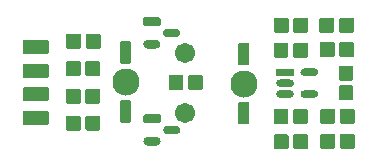
<source format=gts>
G04 #@! TF.GenerationSoftware,KiCad,Pcbnew,9.0.4*
G04 #@! TF.CreationDate,2025-10-31T22:45:53+03:00*
G04 #@! TF.ProjectId,ECAD_main,45434144-5f6d-4616-996e-2e6b69636164,rev?*
G04 #@! TF.SameCoordinates,Original*
G04 #@! TF.FileFunction,Soldermask,Top*
G04 #@! TF.FilePolarity,Negative*
%FSLAX46Y46*%
G04 Gerber Fmt 4.6, Leading zero omitted, Abs format (unit mm)*
G04 Created by KiCad (PCBNEW 9.0.4) date 2025-10-31 22:45:53*
%MOMM*%
%LPD*%
G01*
G04 APERTURE LIST*
%ADD10C,2.300000*%
%ADD11C,1.703200*%
G04 APERTURE END LIST*
G04 #@! TO.C,R10*
G36*
G01*
X146037160Y-105531065D02*
X146037160Y-104468935D01*
G75*
G02*
X146138760Y-104367335I101600J0D01*
G01*
X147202460Y-104367335D01*
G75*
G02*
X147304060Y-104468935I0J-101600D01*
G01*
X147304060Y-105531065D01*
G75*
G02*
X147202460Y-105632665I-101600J0D01*
G01*
X146138760Y-105632665D01*
G75*
G02*
X146037160Y-105531065I0J101600D01*
G01*
G37*
G36*
G01*
X147695940Y-105531065D02*
X147695940Y-104468935D01*
G75*
G02*
X147797540Y-104367335I101600J0D01*
G01*
X148861240Y-104367335D01*
G75*
G02*
X148962840Y-104468935I0J-101600D01*
G01*
X148962840Y-105531065D01*
G75*
G02*
X148861240Y-105632665I-101600J0D01*
G01*
X147797540Y-105632665D01*
G75*
G02*
X147695940Y-105531065I0J101600D01*
G01*
G37*
G04 #@! TD*
G04 #@! TO.C,R8*
G36*
G01*
X158877160Y-110521065D02*
X158877160Y-109458935D01*
G75*
G02*
X158978760Y-109357335I101600J0D01*
G01*
X160042460Y-109357335D01*
G75*
G02*
X160144060Y-109458935I0J-101600D01*
G01*
X160144060Y-110521065D01*
G75*
G02*
X160042460Y-110622665I-101600J0D01*
G01*
X158978760Y-110622665D01*
G75*
G02*
X158877160Y-110521065I0J101600D01*
G01*
G37*
G36*
G01*
X160535940Y-110521065D02*
X160535940Y-109458935D01*
G75*
G02*
X160637540Y-109357335I101600J0D01*
G01*
X161701240Y-109357335D01*
G75*
G02*
X161802840Y-109458935I0J-101600D01*
G01*
X161802840Y-110521065D01*
G75*
G02*
X161701240Y-110622665I-101600J0D01*
G01*
X160637540Y-110622665D01*
G75*
G02*
X160535940Y-110521065I0J101600D01*
G01*
G37*
G04 #@! TD*
G04 #@! TO.C,*
G36*
G01*
X135880050Y-101513095D02*
X135880050Y-102513095D01*
G75*
G02*
X135780050Y-102613095I-100000J0D01*
G01*
X133780050Y-102613095D01*
G75*
G02*
X133680050Y-102513095I0J100000D01*
G01*
X133680050Y-101513095D01*
G75*
G02*
X133780050Y-101413095I100000J0D01*
G01*
X135780050Y-101413095D01*
G75*
G02*
X135880050Y-101513095I0J-100000D01*
G01*
G37*
G04 #@! TD*
D10*
G04 #@! TO.C,HL1*
X142400000Y-104950000D03*
G36*
G01*
X142775000Y-103401600D02*
X142025000Y-103401600D01*
G75*
G02*
X141923400Y-103300000I0J101600D01*
G01*
X141923400Y-101600000D01*
G75*
G02*
X142025000Y-101498400I101600J0D01*
G01*
X142775000Y-101498400D01*
G75*
G02*
X142876600Y-101600000I0J-101600D01*
G01*
X142876600Y-103300000D01*
G75*
G02*
X142775000Y-103401600I-101600J0D01*
G01*
G37*
G36*
G01*
X142775000Y-108401600D02*
X142025000Y-108401600D01*
G75*
G02*
X141923400Y-108300000I0J101600D01*
G01*
X141923400Y-106600000D01*
G75*
G02*
X142025000Y-106498400I101600J0D01*
G01*
X142775000Y-106498400D01*
G75*
G02*
X142876600Y-106600000I0J-101600D01*
G01*
X142876600Y-108300000D01*
G75*
G02*
X142775000Y-108401600I-101600J0D01*
G01*
G37*
G04 #@! TD*
G04 #@! TO.C,C3*
G36*
G01*
X157852760Y-107359015D02*
X157852760Y-108421145D01*
G75*
G02*
X157751160Y-108522745I-101600J0D01*
G01*
X156687460Y-108522745D01*
G75*
G02*
X156585860Y-108421145I0J101600D01*
G01*
X156585860Y-107359015D01*
G75*
G02*
X156687460Y-107257415I101600J0D01*
G01*
X157751160Y-107257415D01*
G75*
G02*
X157852760Y-107359015I0J-101600D01*
G01*
G37*
G36*
G01*
X156193980Y-107359015D02*
X156193980Y-108421145D01*
G75*
G02*
X156092380Y-108522745I-101600J0D01*
G01*
X155028680Y-108522745D01*
G75*
G02*
X154927080Y-108421145I0J101600D01*
G01*
X154927080Y-107359015D01*
G75*
G02*
X155028680Y-107257415I101600J0D01*
G01*
X156092380Y-107257415D01*
G75*
G02*
X156193980Y-107359015I0J-101600D01*
G01*
G37*
G04 #@! TD*
G04 #@! TO.C,*
G36*
G01*
X135880050Y-103513095D02*
X135880050Y-104513095D01*
G75*
G02*
X135780050Y-104613095I-100000J0D01*
G01*
X133780050Y-104613095D01*
G75*
G02*
X133680050Y-104513095I0J100000D01*
G01*
X133680050Y-103513095D01*
G75*
G02*
X133780050Y-103413095I100000J0D01*
G01*
X135780050Y-103413095D01*
G75*
G02*
X135880050Y-103513095I0J-100000D01*
G01*
G37*
G04 #@! TD*
G04 #@! TO.C,R7*
G36*
G01*
X161802230Y-107338935D02*
X161802230Y-108401065D01*
G75*
G02*
X161700630Y-108502665I-101600J0D01*
G01*
X160636930Y-108502665D01*
G75*
G02*
X160535330Y-108401065I0J101600D01*
G01*
X160535330Y-107338935D01*
G75*
G02*
X160636930Y-107237335I101600J0D01*
G01*
X161700630Y-107237335D01*
G75*
G02*
X161802230Y-107338935I0J-101600D01*
G01*
G37*
G36*
G01*
X160143450Y-107338935D02*
X160143450Y-108401065D01*
G75*
G02*
X160041850Y-108502665I-101600J0D01*
G01*
X158978150Y-108502665D01*
G75*
G02*
X158876550Y-108401065I0J101600D01*
G01*
X158876550Y-107338935D01*
G75*
G02*
X158978150Y-107237335I101600J0D01*
G01*
X160041850Y-107237335D01*
G75*
G02*
X160143450Y-107338935I0J-101600D01*
G01*
G37*
G04 #@! TD*
G04 #@! TO.C,C4*
G36*
G01*
X158817240Y-100690985D02*
X158817240Y-99628855D01*
G75*
G02*
X158918840Y-99527255I101600J0D01*
G01*
X159982540Y-99527255D01*
G75*
G02*
X160084140Y-99628855I0J-101600D01*
G01*
X160084140Y-100690985D01*
G75*
G02*
X159982540Y-100792585I-101600J0D01*
G01*
X158918840Y-100792585D01*
G75*
G02*
X158817240Y-100690985I0J101600D01*
G01*
G37*
G36*
G01*
X160476020Y-100690985D02*
X160476020Y-99628855D01*
G75*
G02*
X160577620Y-99527255I101600J0D01*
G01*
X161641320Y-99527255D01*
G75*
G02*
X161742920Y-99628855I0J-101600D01*
G01*
X161742920Y-100690985D01*
G75*
G02*
X161641320Y-100792585I-101600J0D01*
G01*
X160577620Y-100792585D01*
G75*
G02*
X160476020Y-100690985I0J101600D01*
G01*
G37*
G04 #@! TD*
G04 #@! TO.C,R6*
G36*
G01*
X157863450Y-109508935D02*
X157863450Y-110571065D01*
G75*
G02*
X157761850Y-110672665I-101600J0D01*
G01*
X156698150Y-110672665D01*
G75*
G02*
X156596550Y-110571065I0J101600D01*
G01*
X156596550Y-109508935D01*
G75*
G02*
X156698150Y-109407335I101600J0D01*
G01*
X157761850Y-109407335D01*
G75*
G02*
X157863450Y-109508935I0J-101600D01*
G01*
G37*
G36*
G01*
X156204670Y-109508935D02*
X156204670Y-110571065D01*
G75*
G02*
X156103070Y-110672665I-101600J0D01*
G01*
X155039370Y-110672665D01*
G75*
G02*
X154937770Y-110571065I0J101600D01*
G01*
X154937770Y-109508935D01*
G75*
G02*
X155039370Y-109407335I101600J0D01*
G01*
X156103070Y-109407335D01*
G75*
G02*
X156204670Y-109508935I0J-101600D01*
G01*
G37*
G04 #@! TD*
G04 #@! TO.C,R2*
G36*
G01*
X140262840Y-103318935D02*
X140262840Y-104381065D01*
G75*
G02*
X140161240Y-104482665I-101600J0D01*
G01*
X139097540Y-104482665D01*
G75*
G02*
X138995940Y-104381065I0J101600D01*
G01*
X138995940Y-103318935D01*
G75*
G02*
X139097540Y-103217335I101600J0D01*
G01*
X140161240Y-103217335D01*
G75*
G02*
X140262840Y-103318935I0J-101600D01*
G01*
G37*
G36*
G01*
X138604060Y-103318935D02*
X138604060Y-104381065D01*
G75*
G02*
X138502460Y-104482665I-101600J0D01*
G01*
X137438760Y-104482665D01*
G75*
G02*
X137337160Y-104381065I0J101600D01*
G01*
X137337160Y-103318935D01*
G75*
G02*
X137438760Y-103217335I101600J0D01*
G01*
X138502460Y-103217335D01*
G75*
G02*
X138604060Y-103318935I0J-101600D01*
G01*
G37*
G04 #@! TD*
G04 #@! TO.C,*
G36*
G01*
X135880050Y-105513095D02*
X135880050Y-106513095D01*
G75*
G02*
X135780050Y-106613095I-100000J0D01*
G01*
X133780050Y-106613095D01*
G75*
G02*
X133680050Y-106513095I0J100000D01*
G01*
X133680050Y-105513095D01*
G75*
G02*
X133780050Y-105413095I100000J0D01*
G01*
X135780050Y-105413095D01*
G75*
G02*
X135880050Y-105513095I0J-100000D01*
G01*
G37*
G04 #@! TD*
G04 #@! TO.C,*
G36*
G01*
X135880050Y-107513095D02*
X135880050Y-108513095D01*
G75*
G02*
X135780050Y-108613095I-100000J0D01*
G01*
X133780050Y-108613095D01*
G75*
G02*
X133680050Y-108513095I0J100000D01*
G01*
X133680050Y-107513095D01*
G75*
G02*
X133780050Y-107413095I100000J0D01*
G01*
X135780050Y-107413095D01*
G75*
G02*
X135880050Y-107513095I0J-100000D01*
G01*
G37*
G04 #@! TD*
G04 #@! TO.C,R4*
G36*
G01*
X137337160Y-108971065D02*
X137337160Y-107908935D01*
G75*
G02*
X137438760Y-107807335I101600J0D01*
G01*
X138502460Y-107807335D01*
G75*
G02*
X138604060Y-107908935I0J-101600D01*
G01*
X138604060Y-108971065D01*
G75*
G02*
X138502460Y-109072665I-101600J0D01*
G01*
X137438760Y-109072665D01*
G75*
G02*
X137337160Y-108971065I0J101600D01*
G01*
G37*
G36*
G01*
X138995940Y-108971065D02*
X138995940Y-107908935D01*
G75*
G02*
X139097540Y-107807335I101600J0D01*
G01*
X140161240Y-107807335D01*
G75*
G02*
X140262840Y-107908935I0J-101600D01*
G01*
X140262840Y-108971065D01*
G75*
G02*
X140161240Y-109072665I-101600J0D01*
G01*
X139097540Y-109072665D01*
G75*
G02*
X138995940Y-108971065I0J101600D01*
G01*
G37*
G04 #@! TD*
G04 #@! TO.C,VT2*
G36*
G01*
X143906095Y-108346065D02*
X143906095Y-107813935D01*
G75*
G02*
X144007695Y-107712335I101600J0D01*
G01*
X145282045Y-107712335D01*
G75*
G02*
X145383645Y-107813935I0J-101600D01*
G01*
X145383645Y-108346065D01*
G75*
G02*
X145282045Y-108447665I-101600J0D01*
G01*
X144007695Y-108447665D01*
G75*
G02*
X143906095Y-108346065I0J101600D01*
G01*
G37*
G36*
G01*
X143906095Y-109980000D02*
X143906095Y-109980000D01*
G75*
G02*
X144273760Y-109612335I367665J0D01*
G01*
X145015980Y-109612335D01*
G75*
G02*
X145383645Y-109980000I0J-367665D01*
G01*
X145383645Y-109980000D01*
G75*
G02*
X145015980Y-110347665I-367665J0D01*
G01*
X144273760Y-110347665D01*
G75*
G02*
X143906095Y-109980000I0J367665D01*
G01*
G37*
G36*
G01*
X145576355Y-109030000D02*
X145576355Y-109030000D01*
G75*
G02*
X145944020Y-108662335I367665J0D01*
G01*
X146686240Y-108662335D01*
G75*
G02*
X147053905Y-109030000I0J-367665D01*
G01*
X147053905Y-109030000D01*
G75*
G02*
X146686240Y-109397665I-367665J0D01*
G01*
X145944020Y-109397665D01*
G75*
G02*
X145576355Y-109030000I0J367665D01*
G01*
G37*
G04 #@! TD*
G04 #@! TO.C,VT1*
G36*
G01*
X143880965Y-100126065D02*
X143880965Y-99593935D01*
G75*
G02*
X143982565Y-99492335I101600J0D01*
G01*
X145256915Y-99492335D01*
G75*
G02*
X145358515Y-99593935I0J-101600D01*
G01*
X145358515Y-100126065D01*
G75*
G02*
X145256915Y-100227665I-101600J0D01*
G01*
X143982565Y-100227665D01*
G75*
G02*
X143880965Y-100126065I0J101600D01*
G01*
G37*
G36*
G01*
X143880965Y-101760000D02*
X143880965Y-101760000D01*
G75*
G02*
X144248630Y-101392335I367665J0D01*
G01*
X144990850Y-101392335D01*
G75*
G02*
X145358515Y-101760000I0J-367665D01*
G01*
X145358515Y-101760000D01*
G75*
G02*
X144990850Y-102127665I-367665J0D01*
G01*
X144248630Y-102127665D01*
G75*
G02*
X143880965Y-101760000I0J367665D01*
G01*
G37*
G36*
G01*
X145551225Y-100810000D02*
X145551225Y-100810000D01*
G75*
G02*
X145918890Y-100442335I367665J0D01*
G01*
X146661110Y-100442335D01*
G75*
G02*
X147028775Y-100810000I0J-367665D01*
G01*
X147028775Y-100810000D01*
G75*
G02*
X146661110Y-101177665I-367665J0D01*
G01*
X145918890Y-101177665D01*
G75*
G02*
X145551225Y-100810000I0J367665D01*
G01*
G37*
G04 #@! TD*
G04 #@! TO.C,R9*
G36*
G01*
X161752840Y-101688935D02*
X161752840Y-102751065D01*
G75*
G02*
X161651240Y-102852665I-101600J0D01*
G01*
X160587540Y-102852665D01*
G75*
G02*
X160485940Y-102751065I0J101600D01*
G01*
X160485940Y-101688935D01*
G75*
G02*
X160587540Y-101587335I101600J0D01*
G01*
X161651240Y-101587335D01*
G75*
G02*
X161752840Y-101688935I0J-101600D01*
G01*
G37*
G36*
G01*
X160094060Y-101688935D02*
X160094060Y-102751065D01*
G75*
G02*
X159992460Y-102852665I-101600J0D01*
G01*
X158928760Y-102852665D01*
G75*
G02*
X158827160Y-102751065I0J101600D01*
G01*
X158827160Y-101688935D01*
G75*
G02*
X158928760Y-101587335I101600J0D01*
G01*
X159992460Y-101587335D01*
G75*
G02*
X160094060Y-101688935I0J-101600D01*
G01*
G37*
G04 #@! TD*
G04 #@! TO.C,DD1*
G36*
G01*
X155150155Y-104468685D02*
X155150155Y-103868685D01*
G75*
G02*
X155175155Y-103843685I25000J0D01*
G01*
X156639105Y-103843685D01*
G75*
G02*
X156664105Y-103868685I0J-25000D01*
G01*
X156664105Y-104468685D01*
G75*
G02*
X156639105Y-104493685I-25000J0D01*
G01*
X155175155Y-104493685D01*
G75*
G02*
X155150155Y-104468685I0J25000D01*
G01*
G37*
G36*
G01*
X155150155Y-105070955D02*
X155150155Y-105070955D01*
G75*
G02*
X155475155Y-104745955I325000J0D01*
G01*
X156339105Y-104745955D01*
G75*
G02*
X156664105Y-105070955I0J-325000D01*
G01*
X156664105Y-105070955D01*
G75*
G02*
X156339105Y-105395955I-325000J0D01*
G01*
X155475155Y-105395955D01*
G75*
G02*
X155150155Y-105070955I0J325000D01*
G01*
G37*
G36*
G01*
X155150155Y-105973235D02*
X155150155Y-105973235D01*
G75*
G02*
X155475155Y-105648235I325000J0D01*
G01*
X156339105Y-105648235D01*
G75*
G02*
X156664105Y-105973235I0J-325000D01*
G01*
X156664105Y-105973235D01*
G75*
G02*
X156339105Y-106298235I-325000J0D01*
G01*
X155475155Y-106298235D01*
G75*
G02*
X155150155Y-105973235I0J325000D01*
G01*
G37*
G36*
G01*
X157201065Y-105985385D02*
X157201065Y-105985385D01*
G75*
G02*
X157526065Y-105660385I325000J0D01*
G01*
X158390015Y-105660385D01*
G75*
G02*
X158715015Y-105985385I0J-325000D01*
G01*
X158715015Y-105985385D01*
G75*
G02*
X158390015Y-106310385I-325000J0D01*
G01*
X157526065Y-106310385D01*
G75*
G02*
X157201065Y-105985385I0J325000D01*
G01*
G37*
G36*
G01*
X157201065Y-104140545D02*
X157201065Y-104140545D01*
G75*
G02*
X157526065Y-103815545I325000J0D01*
G01*
X158390015Y-103815545D01*
G75*
G02*
X158715015Y-104140545I0J-325000D01*
G01*
X158715015Y-104140545D01*
G75*
G02*
X158390015Y-104465545I-325000J0D01*
G01*
X157526065Y-104465545D01*
G75*
G02*
X157201065Y-104140545I0J325000D01*
G01*
G37*
G04 #@! TD*
G04 #@! TO.C,HL2*
X152400000Y-105100000D03*
G36*
G01*
X152775000Y-103551600D02*
X152025000Y-103551600D01*
G75*
G02*
X151923400Y-103450000I0J101600D01*
G01*
X151923400Y-101750000D01*
G75*
G02*
X152025000Y-101648400I101600J0D01*
G01*
X152775000Y-101648400D01*
G75*
G02*
X152876600Y-101750000I0J-101600D01*
G01*
X152876600Y-103450000D01*
G75*
G02*
X152775000Y-103551600I-101600J0D01*
G01*
G37*
G36*
G01*
X152775000Y-108551600D02*
X152025000Y-108551600D01*
G75*
G02*
X151923400Y-108450000I0J101600D01*
G01*
X151923400Y-106750000D01*
G75*
G02*
X152025000Y-106648400I101600J0D01*
G01*
X152775000Y-106648400D01*
G75*
G02*
X152876600Y-106750000I0J-101600D01*
G01*
X152876600Y-108450000D01*
G75*
G02*
X152775000Y-108551600I-101600J0D01*
G01*
G37*
G04 #@! TD*
G04 #@! TO.C,R1*
G36*
G01*
X137366550Y-102031065D02*
X137366550Y-100968935D01*
G75*
G02*
X137468150Y-100867335I101600J0D01*
G01*
X138531850Y-100867335D01*
G75*
G02*
X138633450Y-100968935I0J-101600D01*
G01*
X138633450Y-102031065D01*
G75*
G02*
X138531850Y-102132665I-101600J0D01*
G01*
X137468150Y-102132665D01*
G75*
G02*
X137366550Y-102031065I0J101600D01*
G01*
G37*
G36*
G01*
X139025330Y-102031065D02*
X139025330Y-100968935D01*
G75*
G02*
X139126930Y-100867335I101600J0D01*
G01*
X140190630Y-100867335D01*
G75*
G02*
X140292230Y-100968935I0J-101600D01*
G01*
X140292230Y-102031065D01*
G75*
G02*
X140190630Y-102132665I-101600J0D01*
G01*
X139126930Y-102132665D01*
G75*
G02*
X139025330Y-102031065I0J101600D01*
G01*
G37*
G04 #@! TD*
G04 #@! TO.C,R3*
G36*
G01*
X154947160Y-100701065D02*
X154947160Y-99638935D01*
G75*
G02*
X155048760Y-99537335I101600J0D01*
G01*
X156112460Y-99537335D01*
G75*
G02*
X156214060Y-99638935I0J-101600D01*
G01*
X156214060Y-100701065D01*
G75*
G02*
X156112460Y-100802665I-101600J0D01*
G01*
X155048760Y-100802665D01*
G75*
G02*
X154947160Y-100701065I0J101600D01*
G01*
G37*
G36*
G01*
X156605940Y-100701065D02*
X156605940Y-99638935D01*
G75*
G02*
X156707540Y-99537335I101600J0D01*
G01*
X157771240Y-99537335D01*
G75*
G02*
X157872840Y-99638935I0J-101600D01*
G01*
X157872840Y-100701065D01*
G75*
G02*
X157771240Y-100802665I-101600J0D01*
G01*
X156707540Y-100802665D01*
G75*
G02*
X156605940Y-100701065I0J101600D01*
G01*
G37*
G04 #@! TD*
G04 #@! TO.C,C2*
G36*
G01*
X160531135Y-103583615D02*
X161593265Y-103583615D01*
G75*
G02*
X161694865Y-103685215I0J-101600D01*
G01*
X161694865Y-104748915D01*
G75*
G02*
X161593265Y-104850515I-101600J0D01*
G01*
X160531135Y-104850515D01*
G75*
G02*
X160429535Y-104748915I0J101600D01*
G01*
X160429535Y-103685215D01*
G75*
G02*
X160531135Y-103583615I101600J0D01*
G01*
G37*
G36*
G01*
X160531135Y-105242395D02*
X161593265Y-105242395D01*
G75*
G02*
X161694865Y-105343995I0J-101600D01*
G01*
X161694865Y-106407695D01*
G75*
G02*
X161593265Y-106509295I-101600J0D01*
G01*
X160531135Y-106509295D01*
G75*
G02*
X160429535Y-106407695I0J101600D01*
G01*
X160429535Y-105343995D01*
G75*
G02*
X160531135Y-105242395I101600J0D01*
G01*
G37*
G04 #@! TD*
G04 #@! TO.C,C1*
G36*
G01*
X157852760Y-101739015D02*
X157852760Y-102801145D01*
G75*
G02*
X157751160Y-102902745I-101600J0D01*
G01*
X156687460Y-102902745D01*
G75*
G02*
X156585860Y-102801145I0J101600D01*
G01*
X156585860Y-101739015D01*
G75*
G02*
X156687460Y-101637415I101600J0D01*
G01*
X157751160Y-101637415D01*
G75*
G02*
X157852760Y-101739015I0J-101600D01*
G01*
G37*
G36*
G01*
X156193980Y-101739015D02*
X156193980Y-102801145D01*
G75*
G02*
X156092380Y-102902745I-101600J0D01*
G01*
X155028680Y-102902745D01*
G75*
G02*
X154927080Y-102801145I0J101600D01*
G01*
X154927080Y-101739015D01*
G75*
G02*
X155028680Y-101637415I101600J0D01*
G01*
X156092380Y-101637415D01*
G75*
G02*
X156193980Y-101739015I0J-101600D01*
G01*
G37*
G04 #@! TD*
G04 #@! TO.C,R5*
G36*
G01*
X140263450Y-105628935D02*
X140263450Y-106691065D01*
G75*
G02*
X140161850Y-106792665I-101600J0D01*
G01*
X139098150Y-106792665D01*
G75*
G02*
X138996550Y-106691065I0J101600D01*
G01*
X138996550Y-105628935D01*
G75*
G02*
X139098150Y-105527335I101600J0D01*
G01*
X140161850Y-105527335D01*
G75*
G02*
X140263450Y-105628935I0J-101600D01*
G01*
G37*
G36*
G01*
X138604670Y-105628935D02*
X138604670Y-106691065D01*
G75*
G02*
X138503070Y-106792665I-101600J0D01*
G01*
X137439370Y-106792665D01*
G75*
G02*
X137337770Y-106691065I0J101600D01*
G01*
X137337770Y-105628935D01*
G75*
G02*
X137439370Y-105527335I101600J0D01*
G01*
X138503070Y-105527335D01*
G75*
G02*
X138604670Y-105628935I0J-101600D01*
G01*
G37*
G04 #@! TD*
D11*
G04 #@! TO.C,BL1*
X147434810Y-107586995D03*
X147434810Y-102486995D03*
G04 #@! TD*
M02*

</source>
